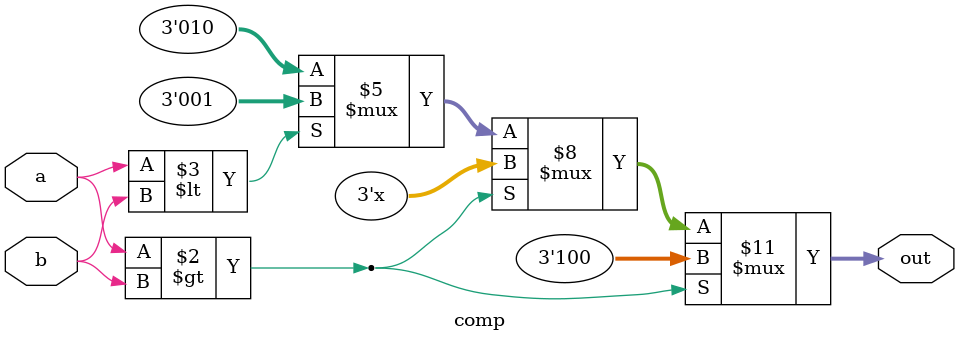
<source format=v>
`timescale 1ns / 1ps


module comp(
    input a,
    input b,
    output reg [2:0] out
    );
    
    always @(*)
        begin
            if(a > b)
                out = {1'b1, 1'b0, 1'b0};
            else if (a < b)
                out = {1'b0, 1'b0, 1'b1};
            else
                out = {1'b0, 1'b1, 1'b0};
        end
endmodule

</source>
